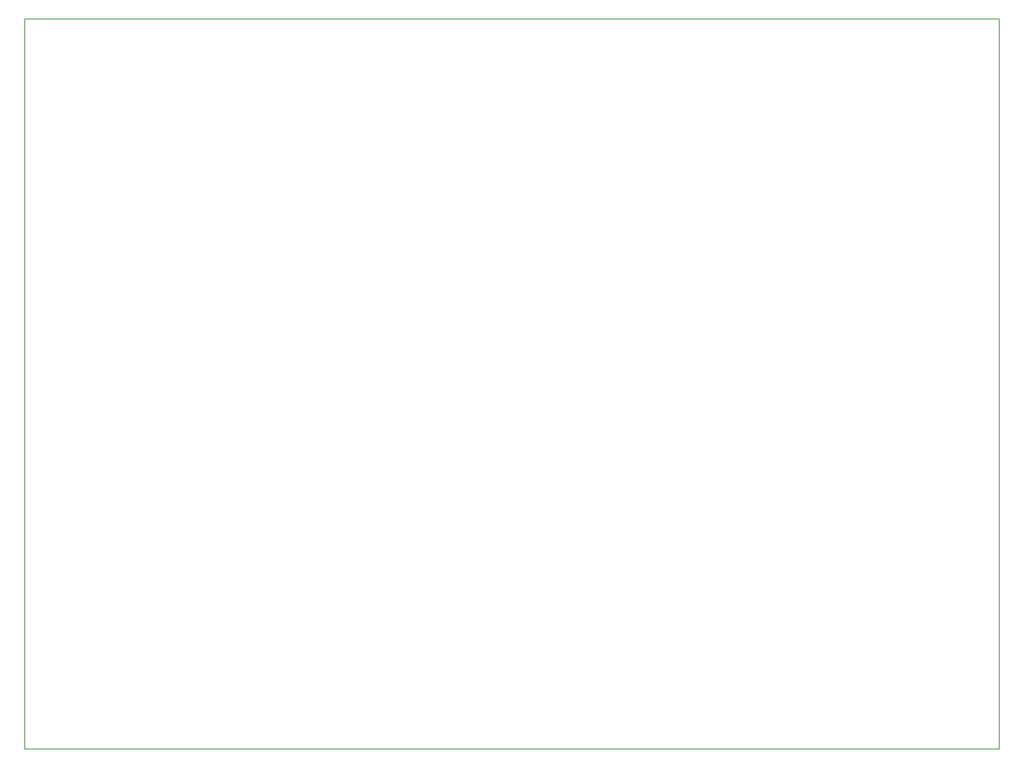
<source format=gbr>
%TF.GenerationSoftware,KiCad,Pcbnew,(5.1.4)-1*%
%TF.CreationDate,2020-05-13T01:14:08+08:00*%
%TF.ProjectId,LPF,4c50462e-6b69-4636-9164-5f7063625858,rev?*%
%TF.SameCoordinates,Original*%
%TF.FileFunction,Profile,NP*%
%FSLAX46Y46*%
G04 Gerber Fmt 4.6, Leading zero omitted, Abs format (unit mm)*
G04 Created by KiCad (PCBNEW (5.1.4)-1) date 2020-05-13 01:14:08*
%MOMM*%
%LPD*%
G04 APERTURE LIST*
%ADD10C,0.200000*%
G04 APERTURE END LIST*
D10*
X220000000Y-20000000D02*
X20000000Y-20000000D01*
X220000000Y-170000000D02*
X220000000Y-20000000D01*
X20000000Y-170000000D02*
X220000000Y-170000000D01*
X20000000Y-20000000D02*
X20000000Y-170000000D01*
M02*

</source>
